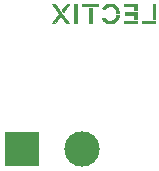
<source format=gbl>
G04 #@! TF.GenerationSoftware,KiCad,Pcbnew,6.0.9-8da3e8f707~116~ubuntu20.04.1*
G04 #@! TF.CreationDate,2023-03-26T14:19:45+00:00*
G04 #@! TF.ProjectId,LEC001020,4c454330-3031-4303-9230-2e6b69636164,rev?*
G04 #@! TF.SameCoordinates,Original*
G04 #@! TF.FileFunction,Copper,L2,Bot*
G04 #@! TF.FilePolarity,Positive*
%FSLAX46Y46*%
G04 Gerber Fmt 4.6, Leading zero omitted, Abs format (unit mm)*
G04 Created by KiCad (PCBNEW 6.0.9-8da3e8f707~116~ubuntu20.04.1) date 2023-03-26 14:19:45*
%MOMM*%
%LPD*%
G01*
G04 APERTURE LIST*
G04 #@! TA.AperFunction,EtchedComponent*
%ADD10C,0.010000*%
G04 #@! TD*
G04 #@! TA.AperFunction,ComponentPad*
%ADD11R,3.000000X3.000000*%
G04 #@! TD*
G04 #@! TA.AperFunction,ComponentPad*
%ADD12C,3.000000*%
G04 #@! TD*
G04 APERTURE END LIST*
G04 #@! TO.C,LOGO1*
G36*
X19659380Y-2853440D02*
G01*
X18567180Y-2853440D01*
X18567180Y-2629920D01*
X19659380Y-2629920D01*
X19659380Y-2853440D01*
G37*
D10*
X19659380Y-2853440D02*
X18567180Y-2853440D01*
X18567180Y-2629920D01*
X19659380Y-2629920D01*
X19659380Y-2853440D01*
G36*
X19664460Y-1700280D02*
G01*
X19440940Y-1700280D01*
X19440940Y-1387860D01*
X18567180Y-1387860D01*
X18567180Y-1166880D01*
X19664460Y-1166880D01*
X19664460Y-1700280D01*
G37*
X19664460Y-1700280D02*
X19440940Y-1700280D01*
X19440940Y-1387860D01*
X18567180Y-1387860D01*
X18567180Y-1166880D01*
X19664460Y-1166880D01*
X19664460Y-1700280D01*
G36*
X12669788Y-1180039D02*
G01*
X12686503Y-1180171D01*
X12699496Y-1180418D01*
X12709140Y-1180789D01*
X12715807Y-1181292D01*
X12719871Y-1181936D01*
X12721706Y-1182728D01*
X12721955Y-1183044D01*
X12724660Y-1186667D01*
X12730229Y-1194205D01*
X12738563Y-1205522D01*
X12749559Y-1220481D01*
X12763118Y-1238943D01*
X12779140Y-1260772D01*
X12797523Y-1285831D01*
X12818168Y-1313981D01*
X12840973Y-1345087D01*
X12865838Y-1379011D01*
X12892662Y-1415614D01*
X12921345Y-1454761D01*
X12951786Y-1496314D01*
X12983885Y-1540136D01*
X13017541Y-1586089D01*
X13052653Y-1634036D01*
X13089122Y-1683839D01*
X13126846Y-1735363D01*
X13165724Y-1788469D01*
X13205657Y-1843019D01*
X13246543Y-1898878D01*
X13288283Y-1955907D01*
X13330775Y-2013970D01*
X13936733Y-2842010D01*
X13824352Y-2842672D01*
X13807581Y-2842759D01*
X13785167Y-2842839D01*
X13764673Y-2842870D01*
X13746625Y-2842853D01*
X13731550Y-2842789D01*
X13719975Y-2842680D01*
X13712426Y-2842529D01*
X13709430Y-2842335D01*
X13708338Y-2841051D01*
X13704387Y-2835916D01*
X13697724Y-2827061D01*
X13688507Y-2814704D01*
X13676898Y-2799061D01*
X13663054Y-2780350D01*
X13647137Y-2758787D01*
X13629307Y-2734589D01*
X13609721Y-2707973D01*
X13588542Y-2679156D01*
X13565928Y-2648355D01*
X13542039Y-2615786D01*
X13517035Y-2581667D01*
X13491075Y-2546214D01*
X13464320Y-2509644D01*
X13443523Y-2481211D01*
X13417400Y-2445518D01*
X13392211Y-2411119D01*
X13368113Y-2378231D01*
X13345266Y-2347070D01*
X13323827Y-2317851D01*
X13303956Y-2290791D01*
X13285812Y-2266106D01*
X13269553Y-2244010D01*
X13255339Y-2224722D01*
X13243326Y-2208455D01*
X13233676Y-2195427D01*
X13226545Y-2185854D01*
X13222094Y-2179950D01*
X13220480Y-2177933D01*
X13219444Y-2179211D01*
X13215594Y-2184347D01*
X13209052Y-2193215D01*
X13199977Y-2205596D01*
X13188525Y-2221274D01*
X13174853Y-2240034D01*
X13159120Y-2261658D01*
X13141483Y-2285929D01*
X13122098Y-2312632D01*
X13101124Y-2341550D01*
X13078717Y-2372466D01*
X13055035Y-2405163D01*
X13030235Y-2439426D01*
X13004474Y-2475037D01*
X12977910Y-2511780D01*
X12736610Y-2845649D01*
X12622734Y-2845734D01*
X12593804Y-2845703D01*
X12568600Y-2845563D01*
X12547651Y-2845317D01*
X12531122Y-2844969D01*
X12519178Y-2844522D01*
X12511984Y-2843981D01*
X12509704Y-2843347D01*
X12509967Y-2842932D01*
X12512654Y-2839091D01*
X12518122Y-2831411D01*
X12526230Y-2820086D01*
X12536836Y-2805315D01*
X12549798Y-2787293D01*
X12564975Y-2766218D01*
X12582225Y-2742285D01*
X12601405Y-2715692D01*
X12622374Y-2686635D01*
X12644990Y-2655310D01*
X12669111Y-2621916D01*
X12694595Y-2586647D01*
X12721301Y-2549701D01*
X12749087Y-2511274D01*
X12777810Y-2471564D01*
X12807329Y-2430766D01*
X12819175Y-2414395D01*
X12848378Y-2374025D01*
X12876721Y-2334829D01*
X12904062Y-2297003D01*
X12930261Y-2260742D01*
X12955175Y-2226243D01*
X12978663Y-2193701D01*
X13000584Y-2163314D01*
X13020798Y-2135275D01*
X13039162Y-2109783D01*
X13055535Y-2087032D01*
X13069776Y-2067220D01*
X13081744Y-2050541D01*
X13091297Y-2037192D01*
X13098293Y-2027370D01*
X13102593Y-2021269D01*
X13104054Y-2019087D01*
X13103526Y-2018277D01*
X13100326Y-2013760D01*
X13094349Y-2005452D01*
X13085735Y-1993546D01*
X13074626Y-1978236D01*
X13061161Y-1959713D01*
X13045482Y-1938172D01*
X13027729Y-1913806D01*
X13008043Y-1886806D01*
X12986564Y-1857366D01*
X12963434Y-1825680D01*
X12938794Y-1791940D01*
X12912783Y-1756338D01*
X12885542Y-1719069D01*
X12857213Y-1680325D01*
X12827936Y-1640298D01*
X12797852Y-1599183D01*
X12491704Y-1180850D01*
X12605150Y-1180188D01*
X12623696Y-1180092D01*
X12648976Y-1180016D01*
X12669788Y-1180039D01*
G37*
X12669788Y-1180039D02*
X12686503Y-1180171D01*
X12699496Y-1180418D01*
X12709140Y-1180789D01*
X12715807Y-1181292D01*
X12719871Y-1181936D01*
X12721706Y-1182728D01*
X12721955Y-1183044D01*
X12724660Y-1186667D01*
X12730229Y-1194205D01*
X12738563Y-1205522D01*
X12749559Y-1220481D01*
X12763118Y-1238943D01*
X12779140Y-1260772D01*
X12797523Y-1285831D01*
X12818168Y-1313981D01*
X12840973Y-1345087D01*
X12865838Y-1379011D01*
X12892662Y-1415614D01*
X12921345Y-1454761D01*
X12951786Y-1496314D01*
X12983885Y-1540136D01*
X13017541Y-1586089D01*
X13052653Y-1634036D01*
X13089122Y-1683839D01*
X13126846Y-1735363D01*
X13165724Y-1788469D01*
X13205657Y-1843019D01*
X13246543Y-1898878D01*
X13288283Y-1955907D01*
X13330775Y-2013970D01*
X13936733Y-2842010D01*
X13824352Y-2842672D01*
X13807581Y-2842759D01*
X13785167Y-2842839D01*
X13764673Y-2842870D01*
X13746625Y-2842853D01*
X13731550Y-2842789D01*
X13719975Y-2842680D01*
X13712426Y-2842529D01*
X13709430Y-2842335D01*
X13708338Y-2841051D01*
X13704387Y-2835916D01*
X13697724Y-2827061D01*
X13688507Y-2814704D01*
X13676898Y-2799061D01*
X13663054Y-2780350D01*
X13647137Y-2758787D01*
X13629307Y-2734589D01*
X13609721Y-2707973D01*
X13588542Y-2679156D01*
X13565928Y-2648355D01*
X13542039Y-2615786D01*
X13517035Y-2581667D01*
X13491075Y-2546214D01*
X13464320Y-2509644D01*
X13443523Y-2481211D01*
X13417400Y-2445518D01*
X13392211Y-2411119D01*
X13368113Y-2378231D01*
X13345266Y-2347070D01*
X13323827Y-2317851D01*
X13303956Y-2290791D01*
X13285812Y-2266106D01*
X13269553Y-2244010D01*
X13255339Y-2224722D01*
X13243326Y-2208455D01*
X13233676Y-2195427D01*
X13226545Y-2185854D01*
X13222094Y-2179950D01*
X13220480Y-2177933D01*
X13219444Y-2179211D01*
X13215594Y-2184347D01*
X13209052Y-2193215D01*
X13199977Y-2205596D01*
X13188525Y-2221274D01*
X13174853Y-2240034D01*
X13159120Y-2261658D01*
X13141483Y-2285929D01*
X13122098Y-2312632D01*
X13101124Y-2341550D01*
X13078717Y-2372466D01*
X13055035Y-2405163D01*
X13030235Y-2439426D01*
X13004474Y-2475037D01*
X12977910Y-2511780D01*
X12736610Y-2845649D01*
X12622734Y-2845734D01*
X12593804Y-2845703D01*
X12568600Y-2845563D01*
X12547651Y-2845317D01*
X12531122Y-2844969D01*
X12519178Y-2844522D01*
X12511984Y-2843981D01*
X12509704Y-2843347D01*
X12509967Y-2842932D01*
X12512654Y-2839091D01*
X12518122Y-2831411D01*
X12526230Y-2820086D01*
X12536836Y-2805315D01*
X12549798Y-2787293D01*
X12564975Y-2766218D01*
X12582225Y-2742285D01*
X12601405Y-2715692D01*
X12622374Y-2686635D01*
X12644990Y-2655310D01*
X12669111Y-2621916D01*
X12694595Y-2586647D01*
X12721301Y-2549701D01*
X12749087Y-2511274D01*
X12777810Y-2471564D01*
X12807329Y-2430766D01*
X12819175Y-2414395D01*
X12848378Y-2374025D01*
X12876721Y-2334829D01*
X12904062Y-2297003D01*
X12930261Y-2260742D01*
X12955175Y-2226243D01*
X12978663Y-2193701D01*
X13000584Y-2163314D01*
X13020798Y-2135275D01*
X13039162Y-2109783D01*
X13055535Y-2087032D01*
X13069776Y-2067220D01*
X13081744Y-2050541D01*
X13091297Y-2037192D01*
X13098293Y-2027370D01*
X13102593Y-2021269D01*
X13104054Y-2019087D01*
X13103526Y-2018277D01*
X13100326Y-2013760D01*
X13094349Y-2005452D01*
X13085735Y-1993546D01*
X13074626Y-1978236D01*
X13061161Y-1959713D01*
X13045482Y-1938172D01*
X13027729Y-1913806D01*
X13008043Y-1886806D01*
X12986564Y-1857366D01*
X12963434Y-1825680D01*
X12938794Y-1791940D01*
X12912783Y-1756338D01*
X12885542Y-1719069D01*
X12857213Y-1680325D01*
X12827936Y-1640298D01*
X12797852Y-1599183D01*
X12491704Y-1180850D01*
X12605150Y-1180188D01*
X12623696Y-1180092D01*
X12648976Y-1180016D01*
X12669788Y-1180039D01*
G36*
X17422175Y-1170875D02*
G01*
X17446456Y-1171399D01*
X17469218Y-1172339D01*
X17489281Y-1173688D01*
X17505460Y-1175434D01*
X17520795Y-1177716D01*
X17578211Y-1188763D01*
X17632923Y-1203465D01*
X17685800Y-1222046D01*
X17718684Y-1235936D01*
X17772339Y-1262820D01*
X17823267Y-1293709D01*
X17871292Y-1328355D01*
X17916238Y-1366510D01*
X17957927Y-1407923D01*
X17996184Y-1452349D01*
X18030832Y-1499537D01*
X18061694Y-1549239D01*
X18088595Y-1601206D01*
X18111357Y-1655192D01*
X18129804Y-1710945D01*
X18143761Y-1768219D01*
X18153049Y-1826765D01*
X18157493Y-1886335D01*
X18158969Y-1931420D01*
X17937972Y-1931420D01*
X17936568Y-1890145D01*
X17934072Y-1852105D01*
X17927444Y-1806052D01*
X17916801Y-1761621D01*
X17906760Y-1730492D01*
X17887352Y-1683413D01*
X17863748Y-1638864D01*
X17836186Y-1597062D01*
X17804910Y-1558223D01*
X17770159Y-1522566D01*
X17732174Y-1490308D01*
X17691196Y-1461666D01*
X17647466Y-1436857D01*
X17601225Y-1416099D01*
X17552714Y-1399608D01*
X17502174Y-1387603D01*
X17491221Y-1385804D01*
X17468443Y-1383214D01*
X17442955Y-1381480D01*
X17416240Y-1380637D01*
X17389779Y-1380722D01*
X17365054Y-1381768D01*
X17343548Y-1383813D01*
X17303203Y-1390740D01*
X17253792Y-1403690D01*
X17205804Y-1421226D01*
X17159753Y-1443127D01*
X17116154Y-1469172D01*
X17075520Y-1499140D01*
X17063644Y-1509254D01*
X17038472Y-1533197D01*
X17013771Y-1559852D01*
X16990573Y-1588002D01*
X16969911Y-1616428D01*
X16952816Y-1643914D01*
X16949695Y-1649339D01*
X16944095Y-1658095D01*
X16940032Y-1662718D01*
X16937206Y-1663584D01*
X16936412Y-1663174D01*
X16931822Y-1660407D01*
X16923835Y-1655390D01*
X16913000Y-1648482D01*
X16899862Y-1640039D01*
X16884971Y-1630419D01*
X16868873Y-1619979D01*
X16852117Y-1609075D01*
X16835250Y-1598066D01*
X16818819Y-1587308D01*
X16803373Y-1577159D01*
X16789459Y-1567976D01*
X16777624Y-1560116D01*
X16768416Y-1553936D01*
X16762384Y-1549794D01*
X16760073Y-1548046D01*
X16760067Y-1548034D01*
X16760968Y-1545284D01*
X16764127Y-1539176D01*
X16769050Y-1530604D01*
X16775247Y-1520462D01*
X16776525Y-1518433D01*
X16811383Y-1467944D01*
X16849889Y-1420884D01*
X16891829Y-1377388D01*
X16936988Y-1337592D01*
X16985150Y-1301632D01*
X17036099Y-1269642D01*
X17089620Y-1241760D01*
X17145498Y-1218120D01*
X17203518Y-1198858D01*
X17263464Y-1184111D01*
X17325120Y-1174013D01*
X17333524Y-1173135D01*
X17352051Y-1171898D01*
X17373791Y-1171115D01*
X17397559Y-1170777D01*
X17422175Y-1170875D01*
G37*
X17422175Y-1170875D02*
X17446456Y-1171399D01*
X17469218Y-1172339D01*
X17489281Y-1173688D01*
X17505460Y-1175434D01*
X17520795Y-1177716D01*
X17578211Y-1188763D01*
X17632923Y-1203465D01*
X17685800Y-1222046D01*
X17718684Y-1235936D01*
X17772339Y-1262820D01*
X17823267Y-1293709D01*
X17871292Y-1328355D01*
X17916238Y-1366510D01*
X17957927Y-1407923D01*
X17996184Y-1452349D01*
X18030832Y-1499537D01*
X18061694Y-1549239D01*
X18088595Y-1601206D01*
X18111357Y-1655192D01*
X18129804Y-1710945D01*
X18143761Y-1768219D01*
X18153049Y-1826765D01*
X18157493Y-1886335D01*
X18158969Y-1931420D01*
X17937972Y-1931420D01*
X17936568Y-1890145D01*
X17934072Y-1852105D01*
X17927444Y-1806052D01*
X17916801Y-1761621D01*
X17906760Y-1730492D01*
X17887352Y-1683413D01*
X17863748Y-1638864D01*
X17836186Y-1597062D01*
X17804910Y-1558223D01*
X17770159Y-1522566D01*
X17732174Y-1490308D01*
X17691196Y-1461666D01*
X17647466Y-1436857D01*
X17601225Y-1416099D01*
X17552714Y-1399608D01*
X17502174Y-1387603D01*
X17491221Y-1385804D01*
X17468443Y-1383214D01*
X17442955Y-1381480D01*
X17416240Y-1380637D01*
X17389779Y-1380722D01*
X17365054Y-1381768D01*
X17343548Y-1383813D01*
X17303203Y-1390740D01*
X17253792Y-1403690D01*
X17205804Y-1421226D01*
X17159753Y-1443127D01*
X17116154Y-1469172D01*
X17075520Y-1499140D01*
X17063644Y-1509254D01*
X17038472Y-1533197D01*
X17013771Y-1559852D01*
X16990573Y-1588002D01*
X16969911Y-1616428D01*
X16952816Y-1643914D01*
X16949695Y-1649339D01*
X16944095Y-1658095D01*
X16940032Y-1662718D01*
X16937206Y-1663584D01*
X16936412Y-1663174D01*
X16931822Y-1660407D01*
X16923835Y-1655390D01*
X16913000Y-1648482D01*
X16899862Y-1640039D01*
X16884971Y-1630419D01*
X16868873Y-1619979D01*
X16852117Y-1609075D01*
X16835250Y-1598066D01*
X16818819Y-1587308D01*
X16803373Y-1577159D01*
X16789459Y-1567976D01*
X16777624Y-1560116D01*
X16768416Y-1553936D01*
X16762384Y-1549794D01*
X16760073Y-1548046D01*
X16760067Y-1548034D01*
X16760968Y-1545284D01*
X16764127Y-1539176D01*
X16769050Y-1530604D01*
X16775247Y-1520462D01*
X16776525Y-1518433D01*
X16811383Y-1467944D01*
X16849889Y-1420884D01*
X16891829Y-1377388D01*
X16936988Y-1337592D01*
X16985150Y-1301632D01*
X17036099Y-1269642D01*
X17089620Y-1241760D01*
X17145498Y-1218120D01*
X17203518Y-1198858D01*
X17263464Y-1184111D01*
X17325120Y-1174013D01*
X17333524Y-1173135D01*
X17352051Y-1171898D01*
X17373791Y-1171115D01*
X17397559Y-1170777D01*
X17422175Y-1170875D01*
G36*
X21259580Y-2853440D02*
G01*
X20111500Y-2853440D01*
X20111500Y-2629920D01*
X21259580Y-2629920D01*
X21259580Y-2853440D01*
G37*
X21259580Y-2853440D02*
X20111500Y-2853440D01*
X20111500Y-2629920D01*
X21259580Y-2629920D01*
X21259580Y-2853440D01*
G36*
X14602240Y-2845820D02*
G01*
X14381260Y-2845820D01*
X14381260Y-1174500D01*
X14602240Y-1174500D01*
X14602240Y-2845820D01*
G37*
X14602240Y-2845820D02*
X14381260Y-2845820D01*
X14381260Y-1174500D01*
X14602240Y-1174500D01*
X14602240Y-2845820D01*
G36*
X19661920Y-2452120D02*
G01*
X19440940Y-2452120D01*
X19440940Y-2109220D01*
X18681480Y-2109220D01*
X18681480Y-1885700D01*
X19661920Y-1885700D01*
X19661920Y-2452120D01*
G37*
X19661920Y-2452120D02*
X19440940Y-2452120D01*
X19440940Y-2109220D01*
X18681480Y-2109220D01*
X18681480Y-1885700D01*
X19661920Y-1885700D01*
X19661920Y-2452120D01*
G36*
X16418340Y-1395480D02*
G01*
X15049280Y-1395480D01*
X15049280Y-1174500D01*
X16418340Y-1174500D01*
X16418340Y-1395480D01*
G37*
X16418340Y-1395480D02*
X15049280Y-1395480D01*
X15049280Y-1174500D01*
X16418340Y-1174500D01*
X16418340Y-1395480D01*
G36*
X13870475Y-1174500D02*
G01*
X13894651Y-1174514D01*
X13914427Y-1174559D01*
X13930228Y-1174655D01*
X13942478Y-1174823D01*
X13951601Y-1175081D01*
X13958019Y-1175449D01*
X13962156Y-1175947D01*
X13964437Y-1176595D01*
X13965285Y-1177412D01*
X13965123Y-1178417D01*
X13964375Y-1179630D01*
X13964149Y-1179952D01*
X13961486Y-1183654D01*
X13956036Y-1191192D01*
X13947953Y-1202354D01*
X13937392Y-1216927D01*
X13924507Y-1234699D01*
X13909452Y-1255456D01*
X13892382Y-1278985D01*
X13873451Y-1305075D01*
X13852814Y-1333511D01*
X13830626Y-1364081D01*
X13807040Y-1396572D01*
X13782211Y-1430772D01*
X13756293Y-1466468D01*
X13729442Y-1503445D01*
X13701810Y-1541493D01*
X13693404Y-1553067D01*
X13666032Y-1590724D01*
X13639494Y-1627196D01*
X13613944Y-1662272D01*
X13589535Y-1695743D01*
X13566421Y-1727402D01*
X13544753Y-1757037D01*
X13524687Y-1784442D01*
X13506375Y-1809405D01*
X13489971Y-1831719D01*
X13475627Y-1851174D01*
X13463498Y-1867561D01*
X13453736Y-1880671D01*
X13446496Y-1890295D01*
X13441929Y-1896223D01*
X13440190Y-1898247D01*
X13439073Y-1897375D01*
X13435221Y-1892955D01*
X13429128Y-1885298D01*
X13421199Y-1874962D01*
X13411838Y-1862504D01*
X13401449Y-1848483D01*
X13390438Y-1833457D01*
X13379207Y-1817984D01*
X13368162Y-1802622D01*
X13357707Y-1787928D01*
X13348245Y-1774461D01*
X13340183Y-1762779D01*
X13333923Y-1753439D01*
X13329871Y-1747001D01*
X13328430Y-1744021D01*
X13328979Y-1742942D01*
X13332186Y-1738009D01*
X13338111Y-1729356D01*
X13346582Y-1717223D01*
X13357429Y-1701848D01*
X13370480Y-1683470D01*
X13385565Y-1662329D01*
X13402513Y-1638663D01*
X13421152Y-1612711D01*
X13441311Y-1584714D01*
X13462820Y-1554909D01*
X13485507Y-1523537D01*
X13509201Y-1490835D01*
X13533731Y-1457044D01*
X13739032Y-1174500D01*
X13853446Y-1174499D01*
X13870475Y-1174500D01*
G37*
X13870475Y-1174500D02*
X13894651Y-1174514D01*
X13914427Y-1174559D01*
X13930228Y-1174655D01*
X13942478Y-1174823D01*
X13951601Y-1175081D01*
X13958019Y-1175449D01*
X13962156Y-1175947D01*
X13964437Y-1176595D01*
X13965285Y-1177412D01*
X13965123Y-1178417D01*
X13964375Y-1179630D01*
X13964149Y-1179952D01*
X13961486Y-1183654D01*
X13956036Y-1191192D01*
X13947953Y-1202354D01*
X13937392Y-1216927D01*
X13924507Y-1234699D01*
X13909452Y-1255456D01*
X13892382Y-1278985D01*
X13873451Y-1305075D01*
X13852814Y-1333511D01*
X13830626Y-1364081D01*
X13807040Y-1396572D01*
X13782211Y-1430772D01*
X13756293Y-1466468D01*
X13729442Y-1503445D01*
X13701810Y-1541493D01*
X13693404Y-1553067D01*
X13666032Y-1590724D01*
X13639494Y-1627196D01*
X13613944Y-1662272D01*
X13589535Y-1695743D01*
X13566421Y-1727402D01*
X13544753Y-1757037D01*
X13524687Y-1784442D01*
X13506375Y-1809405D01*
X13489971Y-1831719D01*
X13475627Y-1851174D01*
X13463498Y-1867561D01*
X13453736Y-1880671D01*
X13446496Y-1890295D01*
X13441929Y-1896223D01*
X13440190Y-1898247D01*
X13439073Y-1897375D01*
X13435221Y-1892955D01*
X13429128Y-1885298D01*
X13421199Y-1874962D01*
X13411838Y-1862504D01*
X13401449Y-1848483D01*
X13390438Y-1833457D01*
X13379207Y-1817984D01*
X13368162Y-1802622D01*
X13357707Y-1787928D01*
X13348245Y-1774461D01*
X13340183Y-1762779D01*
X13333923Y-1753439D01*
X13329871Y-1747001D01*
X13328430Y-1744021D01*
X13328979Y-1742942D01*
X13332186Y-1738009D01*
X13338111Y-1729356D01*
X13346582Y-1717223D01*
X13357429Y-1701848D01*
X13370480Y-1683470D01*
X13385565Y-1662329D01*
X13402513Y-1638663D01*
X13421152Y-1612711D01*
X13441311Y-1584714D01*
X13462820Y-1554909D01*
X13485507Y-1523537D01*
X13509201Y-1490835D01*
X13533731Y-1457044D01*
X13739032Y-1174500D01*
X13853446Y-1174499D01*
X13870475Y-1174500D01*
G36*
X18070759Y-2101620D02*
G01*
X18092909Y-2101717D01*
X18113059Y-2101886D01*
X18130696Y-2102119D01*
X18145308Y-2102405D01*
X18156379Y-2102738D01*
X18163398Y-2103107D01*
X18165850Y-2103505D01*
X18165562Y-2110470D01*
X18164815Y-2121334D01*
X18163719Y-2134885D01*
X18162382Y-2149937D01*
X18160913Y-2165307D01*
X18159423Y-2179810D01*
X18158020Y-2192261D01*
X18156813Y-2201477D01*
X18148629Y-2247129D01*
X18133426Y-2307274D01*
X18113518Y-2365618D01*
X18088986Y-2421994D01*
X18059914Y-2476236D01*
X18026384Y-2528179D01*
X17988480Y-2577656D01*
X17946282Y-2624501D01*
X17931073Y-2639790D01*
X17906058Y-2663317D01*
X17880956Y-2684653D01*
X17854202Y-2705098D01*
X17824230Y-2725955D01*
X17815981Y-2731401D01*
X17765203Y-2761731D01*
X17712206Y-2788188D01*
X17657599Y-2810545D01*
X17601993Y-2828574D01*
X17545997Y-2842047D01*
X17490220Y-2850735D01*
X17484862Y-2851341D01*
X17473690Y-2852630D01*
X17464358Y-2853741D01*
X17458470Y-2854485D01*
X17454897Y-2854704D01*
X17446633Y-2854880D01*
X17434719Y-2854966D01*
X17419929Y-2854960D01*
X17403035Y-2854860D01*
X17384810Y-2854665D01*
X17360714Y-2854226D01*
X17337056Y-2853419D01*
X17316279Y-2852177D01*
X17297214Y-2850387D01*
X17278693Y-2847937D01*
X17259549Y-2844715D01*
X17238614Y-2840608D01*
X17185078Y-2827513D01*
X17126683Y-2808386D01*
X17070214Y-2784719D01*
X17015929Y-2756690D01*
X16964085Y-2724473D01*
X16914939Y-2688245D01*
X16868747Y-2648181D01*
X16825767Y-2604456D01*
X16786255Y-2557247D01*
X16750468Y-2506730D01*
X16747037Y-2501432D01*
X16737839Y-2487022D01*
X16731171Y-2476130D01*
X16726764Y-2468246D01*
X16724350Y-2462864D01*
X16723658Y-2459476D01*
X16724421Y-2457574D01*
X16724716Y-2457360D01*
X16728481Y-2455212D01*
X16736008Y-2451170D01*
X16746746Y-2445515D01*
X16760143Y-2438530D01*
X16775647Y-2430496D01*
X16792708Y-2421697D01*
X16810773Y-2412414D01*
X16829291Y-2402930D01*
X16847712Y-2393526D01*
X16865482Y-2384484D01*
X16882050Y-2376087D01*
X16896866Y-2368617D01*
X16909378Y-2362356D01*
X16919034Y-2357586D01*
X16925282Y-2354589D01*
X16927572Y-2353648D01*
X16927581Y-2353660D01*
X16929023Y-2356162D01*
X16932236Y-2361866D01*
X16936541Y-2369570D01*
X16947107Y-2387642D01*
X16975479Y-2429189D01*
X17007725Y-2467757D01*
X17043523Y-2503119D01*
X17082553Y-2535050D01*
X17124494Y-2563326D01*
X17169027Y-2587722D01*
X17215829Y-2608011D01*
X17264580Y-2623968D01*
X17314960Y-2635369D01*
X17334525Y-2638161D01*
X17358784Y-2640393D01*
X17384830Y-2641784D01*
X17410988Y-2642277D01*
X17435583Y-2641812D01*
X17456939Y-2640331D01*
X17458267Y-2640191D01*
X17507946Y-2632466D01*
X17557001Y-2620147D01*
X17604786Y-2603491D01*
X17650655Y-2582754D01*
X17693962Y-2558193D01*
X17734060Y-2530066D01*
X17740140Y-2525258D01*
X17778352Y-2491476D01*
X17813067Y-2454432D01*
X17844087Y-2414500D01*
X17871216Y-2372055D01*
X17894257Y-2327472D01*
X17913012Y-2281126D01*
X17927286Y-2233391D01*
X17936880Y-2184642D01*
X17941598Y-2135255D01*
X17943101Y-2101600D01*
X18054481Y-2101600D01*
X18070759Y-2101620D01*
G37*
X18070759Y-2101620D02*
X18092909Y-2101717D01*
X18113059Y-2101886D01*
X18130696Y-2102119D01*
X18145308Y-2102405D01*
X18156379Y-2102738D01*
X18163398Y-2103107D01*
X18165850Y-2103505D01*
X18165562Y-2110470D01*
X18164815Y-2121334D01*
X18163719Y-2134885D01*
X18162382Y-2149937D01*
X18160913Y-2165307D01*
X18159423Y-2179810D01*
X18158020Y-2192261D01*
X18156813Y-2201477D01*
X18148629Y-2247129D01*
X18133426Y-2307274D01*
X18113518Y-2365618D01*
X18088986Y-2421994D01*
X18059914Y-2476236D01*
X18026384Y-2528179D01*
X17988480Y-2577656D01*
X17946282Y-2624501D01*
X17931073Y-2639790D01*
X17906058Y-2663317D01*
X17880956Y-2684653D01*
X17854202Y-2705098D01*
X17824230Y-2725955D01*
X17815981Y-2731401D01*
X17765203Y-2761731D01*
X17712206Y-2788188D01*
X17657599Y-2810545D01*
X17601993Y-2828574D01*
X17545997Y-2842047D01*
X17490220Y-2850735D01*
X17484862Y-2851341D01*
X17473690Y-2852630D01*
X17464358Y-2853741D01*
X17458470Y-2854485D01*
X17454897Y-2854704D01*
X17446633Y-2854880D01*
X17434719Y-2854966D01*
X17419929Y-2854960D01*
X17403035Y-2854860D01*
X17384810Y-2854665D01*
X17360714Y-2854226D01*
X17337056Y-2853419D01*
X17316279Y-2852177D01*
X17297214Y-2850387D01*
X17278693Y-2847937D01*
X17259549Y-2844715D01*
X17238614Y-2840608D01*
X17185078Y-2827513D01*
X17126683Y-2808386D01*
X17070214Y-2784719D01*
X17015929Y-2756690D01*
X16964085Y-2724473D01*
X16914939Y-2688245D01*
X16868747Y-2648181D01*
X16825767Y-2604456D01*
X16786255Y-2557247D01*
X16750468Y-2506730D01*
X16747037Y-2501432D01*
X16737839Y-2487022D01*
X16731171Y-2476130D01*
X16726764Y-2468246D01*
X16724350Y-2462864D01*
X16723658Y-2459476D01*
X16724421Y-2457574D01*
X16724716Y-2457360D01*
X16728481Y-2455212D01*
X16736008Y-2451170D01*
X16746746Y-2445515D01*
X16760143Y-2438530D01*
X16775647Y-2430496D01*
X16792708Y-2421697D01*
X16810773Y-2412414D01*
X16829291Y-2402930D01*
X16847712Y-2393526D01*
X16865482Y-2384484D01*
X16882050Y-2376087D01*
X16896866Y-2368617D01*
X16909378Y-2362356D01*
X16919034Y-2357586D01*
X16925282Y-2354589D01*
X16927572Y-2353648D01*
X16927581Y-2353660D01*
X16929023Y-2356162D01*
X16932236Y-2361866D01*
X16936541Y-2369570D01*
X16947107Y-2387642D01*
X16975479Y-2429189D01*
X17007725Y-2467757D01*
X17043523Y-2503119D01*
X17082553Y-2535050D01*
X17124494Y-2563326D01*
X17169027Y-2587722D01*
X17215829Y-2608011D01*
X17264580Y-2623968D01*
X17314960Y-2635369D01*
X17334525Y-2638161D01*
X17358784Y-2640393D01*
X17384830Y-2641784D01*
X17410988Y-2642277D01*
X17435583Y-2641812D01*
X17456939Y-2640331D01*
X17458267Y-2640191D01*
X17507946Y-2632466D01*
X17557001Y-2620147D01*
X17604786Y-2603491D01*
X17650655Y-2582754D01*
X17693962Y-2558193D01*
X17734060Y-2530066D01*
X17740140Y-2525258D01*
X17778352Y-2491476D01*
X17813067Y-2454432D01*
X17844087Y-2414500D01*
X17871216Y-2372055D01*
X17894257Y-2327472D01*
X17913012Y-2281126D01*
X17927286Y-2233391D01*
X17936880Y-2184642D01*
X17941598Y-2135255D01*
X17943101Y-2101600D01*
X18054481Y-2101600D01*
X18070759Y-2101620D01*
G36*
X15849380Y-2845820D02*
G01*
X15628400Y-2845820D01*
X15628400Y-1563120D01*
X15849380Y-1563120D01*
X15849380Y-2845820D01*
G37*
X15849380Y-2845820D02*
X15628400Y-2845820D01*
X15628400Y-1563120D01*
X15849380Y-1563120D01*
X15849380Y-2845820D01*
G36*
X21259580Y-2452120D02*
G01*
X21038600Y-2452120D01*
X21038600Y-1177040D01*
X21259580Y-1177040D01*
X21259580Y-2452120D01*
G37*
X21259580Y-2452120D02*
X21038600Y-2452120D01*
X21038600Y-1177040D01*
X21259580Y-1177040D01*
X21259580Y-2452120D01*
G04 #@! TD*
D11*
G04 #@! TO.P,J1,1,Pin_1*
G04 #@! TO.N,Net-(D1-Pad2)*
X9920000Y-13500000D03*
D12*
G04 #@! TO.P,J1,2,Pin_2*
G04 #@! TO.N,Net-(D1-Pad1)*
X15000000Y-13500000D03*
G04 #@! TD*
M02*

</source>
